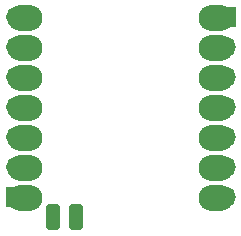
<source format=gbr>
%TF.GenerationSoftware,KiCad,Pcbnew,7.0.9*%
%TF.CreationDate,2023-12-20T22:05:47+01:00*%
%TF.ProjectId,powermeter,706f7765-726d-4657-9465-722e6b696361,rev?*%
%TF.SameCoordinates,Original*%
%TF.FileFunction,Soldermask,Bot*%
%TF.FilePolarity,Negative*%
%FSLAX46Y46*%
G04 Gerber Fmt 4.6, Leading zero omitted, Abs format (unit mm)*
G04 Created by KiCad (PCBNEW 7.0.9) date 2023-12-20 22:05:47*
%MOMM*%
%LPD*%
G01*
G04 APERTURE LIST*
G04 Aperture macros list*
%AMRoundRect*
0 Rectangle with rounded corners*
0 $1 Rounding radius*
0 $2 $3 $4 $5 $6 $7 $8 $9 X,Y pos of 4 corners*
0 Add a 4 corners polygon primitive as box body*
4,1,4,$2,$3,$4,$5,$6,$7,$8,$9,$2,$3,0*
0 Add four circle primitives for the rounded corners*
1,1,$1+$1,$2,$3*
1,1,$1+$1,$4,$5*
1,1,$1+$1,$6,$7*
1,1,$1+$1,$8,$9*
0 Add four rect primitives between the rounded corners*
20,1,$1+$1,$2,$3,$4,$5,0*
20,1,$1+$1,$4,$5,$6,$7,0*
20,1,$1+$1,$6,$7,$8,$9,0*
20,1,$1+$1,$8,$9,$2,$3,0*%
G04 Aperture macros list end*
%ADD10R,1.700000X1.700000*%
%ADD11O,1.700000X1.700000*%
%ADD12RoundRect,1.102000X0.375000X0.000000X-0.375000X0.000000X-0.375000X0.000000X0.375000X0.000000X0*%
%ADD13RoundRect,0.356000X0.254000X-0.762000X0.254000X0.762000X-0.254000X0.762000X-0.254000X-0.762000X0*%
G04 APERTURE END LIST*
D10*
%TO.C,J3*%
X51816000Y-58928000D03*
D11*
X51816000Y-56388000D03*
X51816000Y-53848000D03*
X51816000Y-51308000D03*
X51816000Y-48768000D03*
X51816000Y-46228000D03*
X51816000Y-43688000D03*
%TD*%
D10*
%TO.C,J2*%
X69596000Y-43688000D03*
D11*
X69596000Y-46228000D03*
X69596000Y-48768000D03*
X69596000Y-51308000D03*
X69596000Y-53848000D03*
X69596000Y-56388000D03*
X69596000Y-58928000D03*
%TD*%
D12*
%TO.C,U1*%
X68741000Y-43799250D03*
X68741000Y-46339250D03*
X68741000Y-48879250D03*
X68741000Y-51419250D03*
X68741000Y-53959250D03*
X68741000Y-56499250D03*
X68741000Y-59039250D03*
X52576000Y-59039250D03*
X52576000Y-56499250D03*
X52576000Y-53959250D03*
X52576000Y-51419250D03*
X52576000Y-48879250D03*
X52576000Y-46339250D03*
X52576000Y-43799250D03*
D13*
X56876000Y-60649250D03*
X54971000Y-60649250D03*
%TD*%
M02*

</source>
